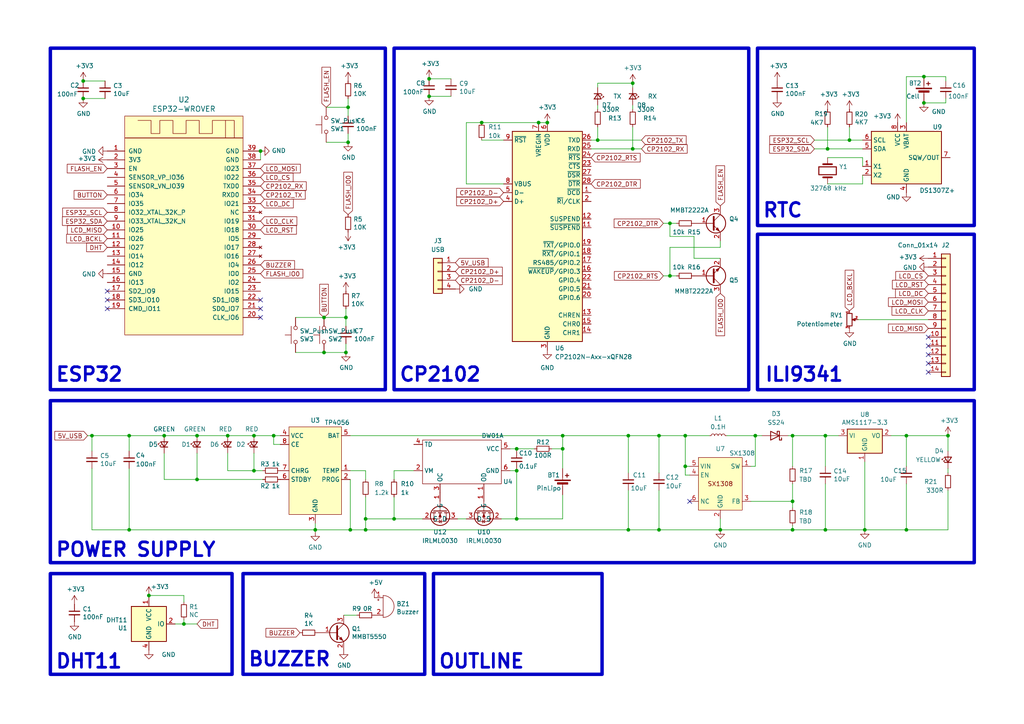
<source format=kicad_sch>
(kicad_sch (version 20230121) (generator eeschema)
  (paper "A4")
  (junction (at 47.625 126.365))
  (junction (at 229.87 153.67))
  (junction (at 73.66 126.365))
  (junction (at 208.915 153.67))
  (junction (at 101.6 153.67))
  (junction (at 124.46 27.94))
  (junction (at 250.825 153.67))
  (junction (at 267.97 22.225))
  (junction (at 106.045 150.495))
  (junction (at 26.67 126.365))
  (junction (at 239.395 126.365))
  (junction (at 100.965 31.115))
  (junction (at 114.3 150.495))
  (junction (at 182.245 153.67))
  (junction (at 66.04 126.365))
  (junction (at 156.21 35.56))
  (junction (at 194.31 64.77))
  (junction (at 106.045 153.67))
  (junction (at 198.755 135.255))
  (junction (at 194.31 80.01))
  (junction (at 182.245 126.365))
  (junction (at 37.465 153.67))
  (junction (at 163.195 130.175))
  (junction (at 75.565 43.815))
  (junction (at 262.89 153.67))
  (junction (at 262.89 126.365))
  (junction (at 149.86 136.525))
  (junction (at 24.13 23.495))
  (junction (at 73.66 136.525))
  (junction (at 79.375 126.365))
  (junction (at 100.33 92.075))
  (junction (at 219.075 126.365))
  (junction (at 43.18 172.72))
  (junction (at 24.13 28.575))
  (junction (at 149.86 150.495))
  (junction (at 239.395 153.67))
  (junction (at 158.75 35.56))
  (junction (at 183.515 24.13))
  (junction (at 91.44 153.67))
  (junction (at 191.135 126.365))
  (junction (at 149.86 130.175))
  (junction (at 274.955 126.365))
  (junction (at 267.97 29.845))
  (junction (at 53.34 180.975))
  (junction (at 124.46 22.86))
  (junction (at 198.755 126.365))
  (junction (at 100.33 102.235))
  (junction (at 57.15 139.065))
  (junction (at 57.15 126.365))
  (junction (at 229.87 126.365))
  (junction (at 229.87 145.415))
  (junction (at 240.03 43.18))
  (junction (at 246.38 40.64))
  (junction (at 139.7 35.56))
  (junction (at 100.965 41.275))
  (junction (at 93.98 92.075))
  (junction (at 163.195 126.365))
  (junction (at 191.135 153.67))
  (junction (at 93.98 102.235))
  (junction (at 173.355 40.64))
  (junction (at 183.515 43.18))
  (junction (at 37.465 126.365))
  (no_connect (at 200.025 145.415))
  (no_connect (at 269.24 100.33))
  (no_connect (at 269.24 97.79))
  (no_connect (at 75.565 89.535))
  (no_connect (at 75.565 92.075))
  (no_connect (at 269.24 105.41))
  (no_connect (at 269.24 102.87))
  (no_connect (at 31.115 86.995))
  (no_connect (at 31.115 84.455))
  (no_connect (at 269.24 107.95))
  (no_connect (at 75.565 86.995))
  (no_connect (at 31.115 89.535))
  (wire (pts (xy 274.955 142.24) (xy 274.955 153.67)))
  (wire (pts (xy 250.19 45.72) (xy 250.19 48.26)))
  (wire (pts (xy 183.515 43.18) (xy 186.055 43.18)))
  (wire (pts (xy 47.625 131.445) (xy 47.625 139.065)))
  (wire (pts (xy 194.31 68.58) (xy 201.295 68.58)))
  (wire (pts (xy 274.955 153.67) (xy 262.89 153.67)))
  (wire (pts (xy 198.755 135.255) (xy 200.025 135.255)))
  (wire (pts (xy 229.87 145.415) (xy 229.87 147.32)))
  (wire (pts (xy 248.92 92.71) (xy 269.24 92.71)))
  (wire (pts (xy 100.33 94.615) (xy 100.33 92.075)))
  (wire (pts (xy 258.445 126.365) (xy 262.89 126.365)))
  (wire (pts (xy 75.565 46.355) (xy 75.565 43.815)))
  (wire (pts (xy 147.955 130.175) (xy 149.86 130.175)))
  (wire (pts (xy 191.135 142.24) (xy 191.135 153.67)))
  (wire (pts (xy 194.31 64.77) (xy 196.215 64.77)))
  (wire (pts (xy 100.33 89.535) (xy 100.33 92.075)))
  (wire (pts (xy 229.87 152.4) (xy 229.87 153.67)))
  (wire (pts (xy 236.22 43.18) (xy 240.03 43.18)))
  (wire (pts (xy 85.725 92.075) (xy 93.98 92.075)))
  (wire (pts (xy 194.31 71.755) (xy 194.31 80.01)))
  (wire (pts (xy 139.7 35.56) (xy 156.21 35.56)))
  (wire (pts (xy 160.02 130.175) (xy 163.195 130.175)))
  (wire (pts (xy 246.38 40.64) (xy 250.19 40.64)))
  (wire (pts (xy 106.045 144.145) (xy 106.045 150.495)))
  (wire (pts (xy 217.805 145.415) (xy 229.87 145.415)))
  (wire (pts (xy 114.3 150.495) (xy 122.555 150.495)))
  (wire (pts (xy 37.465 153.67) (xy 91.44 153.67)))
  (wire (pts (xy 100.33 102.235) (xy 100.33 99.695)))
  (wire (pts (xy 246.38 36.83) (xy 246.38 40.64)))
  (wire (pts (xy 114.3 144.145) (xy 114.3 150.495)))
  (wire (pts (xy 149.86 150.495) (xy 163.195 150.495)))
  (wire (pts (xy 91.44 151.765) (xy 91.44 153.67)))
  (wire (pts (xy 26.67 126.365) (xy 26.67 130.81)))
  (wire (pts (xy 156.21 35.56) (xy 158.75 35.56)))
  (wire (pts (xy 217.805 135.255) (xy 219.075 135.255)))
  (wire (pts (xy 171.45 43.18) (xy 183.515 43.18)))
  (wire (pts (xy 201.295 74.93) (xy 208.915 74.93)))
  (wire (pts (xy 93.98 102.235) (xy 100.33 102.235)))
  (wire (pts (xy 274.955 126.365) (xy 262.89 126.365)))
  (wire (pts (xy 79.375 126.365) (xy 81.28 126.365)))
  (wire (pts (xy 239.395 153.67) (xy 229.87 153.67)))
  (wire (pts (xy 66.04 136.525) (xy 73.66 136.525)))
  (wire (pts (xy 262.89 126.365) (xy 262.89 135.255)))
  (wire (pts (xy 99.695 178.435) (xy 103.505 178.435)))
  (wire (pts (xy 173.355 25.4) (xy 173.355 24.13)))
  (wire (pts (xy 239.395 140.335) (xy 239.395 153.67)))
  (wire (pts (xy 182.245 153.67) (xy 191.135 153.67)))
  (wire (pts (xy 101.6 126.365) (xy 163.195 126.365)))
  (wire (pts (xy 229.87 153.67) (xy 208.915 153.67)))
  (wire (pts (xy 106.045 153.67) (xy 182.245 153.67)))
  (wire (pts (xy 106.045 136.525) (xy 106.045 139.065)))
  (wire (pts (xy 198.755 126.365) (xy 205.74 126.365)))
  (wire (pts (xy 239.395 126.365) (xy 243.205 126.365)))
  (wire (pts (xy 149.86 130.175) (xy 154.94 130.175)))
  (wire (pts (xy 163.195 126.365) (xy 163.195 130.175)))
  (wire (pts (xy 191.135 126.365) (xy 198.755 126.365)))
  (wire (pts (xy 94.615 41.275) (xy 100.965 41.275)))
  (wire (pts (xy 135.255 53.34) (xy 135.255 35.56)))
  (wire (pts (xy 198.755 126.365) (xy 198.755 135.255)))
  (wire (pts (xy 201.295 68.58) (xy 201.295 74.93)))
  (wire (pts (xy 163.195 130.175) (xy 163.195 135.89)))
  (wire (pts (xy 182.245 142.24) (xy 182.245 153.67)))
  (wire (pts (xy 26.67 135.89) (xy 26.67 153.67)))
  (wire (pts (xy 91.44 154.305) (xy 91.44 153.67)))
  (wire (pts (xy 37.465 126.365) (xy 37.465 130.81)))
  (wire (pts (xy 26.67 153.67) (xy 37.465 153.67)))
  (wire (pts (xy 171.45 40.64) (xy 173.355 40.64)))
  (wire (pts (xy 101.6 153.67) (xy 91.44 153.67)))
  (wire (pts (xy 240.03 45.72) (xy 250.19 45.72)))
  (wire (pts (xy 267.97 29.845) (xy 274.32 29.845)))
  (wire (pts (xy 37.465 135.89) (xy 37.465 153.67)))
  (wire (pts (xy 100.965 28.575) (xy 100.965 31.115)))
  (wire (pts (xy 53.34 180.975) (xy 57.15 180.975)))
  (wire (pts (xy 76.2 136.525) (xy 73.66 136.525)))
  (wire (pts (xy 182.245 126.365) (xy 191.135 126.365)))
  (wire (pts (xy 182.245 126.365) (xy 182.245 137.16)))
  (wire (pts (xy 267.97 22.225) (xy 262.89 22.225)))
  (wire (pts (xy 192.405 80.01) (xy 194.31 80.01)))
  (wire (pts (xy 219.075 126.365) (xy 210.82 126.365)))
  (wire (pts (xy 53.34 174.625) (xy 53.34 172.72)))
  (wire (pts (xy 43.18 172.72) (xy 53.34 172.72)))
  (wire (pts (xy 274.32 29.845) (xy 274.32 28.575)))
  (wire (pts (xy 100.965 33.655) (xy 100.965 31.115)))
  (wire (pts (xy 198.755 137.795) (xy 198.755 135.255)))
  (wire (pts (xy 183.515 30.48) (xy 183.515 31.75)))
  (wire (pts (xy 229.87 135.255) (xy 229.87 126.365)))
  (wire (pts (xy 173.355 36.83) (xy 173.355 40.64)))
  (wire (pts (xy 208.915 150.495) (xy 208.915 153.67)))
  (wire (pts (xy 149.86 136.525) (xy 149.86 135.89)))
  (wire (pts (xy 274.955 135.89) (xy 274.955 137.16)))
  (wire (pts (xy 101.6 136.525) (xy 106.045 136.525)))
  (wire (pts (xy 57.15 139.065) (xy 57.15 131.445)))
  (wire (pts (xy 66.04 126.365) (xy 73.66 126.365)))
  (wire (pts (xy 94.615 31.115) (xy 100.965 31.115)))
  (wire (pts (xy 200.025 137.795) (xy 198.755 137.795)))
  (wire (pts (xy 81.28 128.905) (xy 79.375 128.905)))
  (wire (pts (xy 163.195 150.495) (xy 163.195 143.51)))
  (wire (pts (xy 240.03 36.83) (xy 240.03 43.18)))
  (wire (pts (xy 239.395 153.67) (xy 250.825 153.67)))
  (wire (pts (xy 101.6 139.065) (xy 101.6 153.67)))
  (wire (pts (xy 149.86 130.175) (xy 149.86 130.81)))
  (wire (pts (xy 208.915 71.755) (xy 208.915 69.85)))
  (wire (pts (xy 239.395 135.255) (xy 239.395 126.365)))
  (wire (pts (xy 101.6 153.67) (xy 106.045 153.67)))
  (wire (pts (xy 147.955 136.525) (xy 149.86 136.525)))
  (wire (pts (xy 194.31 64.77) (xy 194.31 68.58)))
  (wire (pts (xy 250.19 53.34) (xy 250.19 50.8)))
  (wire (pts (xy 267.97 22.225) (xy 274.32 22.225)))
  (wire (pts (xy 236.22 40.64) (xy 246.38 40.64)))
  (wire (pts (xy 106.045 150.495) (xy 114.3 150.495)))
  (wire (pts (xy 219.075 126.365) (xy 220.98 126.365)))
  (wire (pts (xy 229.87 145.415) (xy 229.87 140.335)))
  (wire (pts (xy 163.195 126.365) (xy 182.245 126.365)))
  (wire (pts (xy 50.8 180.975) (xy 53.34 180.975)))
  (wire (pts (xy 114.3 136.525) (xy 114.3 139.065)))
  (wire (pts (xy 240.03 53.34) (xy 250.19 53.34)))
  (wire (pts (xy 135.255 35.56) (xy 139.7 35.56)))
  (wire (pts (xy 43.18 173.355) (xy 43.18 172.72)))
  (wire (pts (xy 191.135 126.365) (xy 191.135 137.16)))
  (wire (pts (xy 250.825 153.67) (xy 262.89 153.67)))
  (wire (pts (xy 194.31 80.01) (xy 196.215 80.01)))
  (wire (pts (xy 66.04 131.445) (xy 66.04 136.525)))
  (wire (pts (xy 57.15 126.365) (xy 66.04 126.365)))
  (wire (pts (xy 120.015 136.525) (xy 114.3 136.525)))
  (wire (pts (xy 229.87 126.365) (xy 239.395 126.365)))
  (wire (pts (xy 24.13 28.575) (xy 30.48 28.575)))
  (wire (pts (xy 192.405 64.77) (xy 194.31 64.77)))
  (wire (pts (xy 173.355 24.13) (xy 183.515 24.13)))
  (wire (pts (xy 76.2 139.065) (xy 57.15 139.065)))
  (wire (pts (xy 100.965 41.275) (xy 100.965 38.735)))
  (wire (pts (xy 37.465 126.365) (xy 47.625 126.365)))
  (wire (pts (xy 139.7 40.64) (xy 146.05 40.64)))
  (wire (pts (xy 274.955 130.81) (xy 274.955 126.365)))
  (wire (pts (xy 250.825 133.985) (xy 250.825 153.67)))
  (wire (pts (xy 262.89 140.335) (xy 262.89 153.67)))
  (wire (pts (xy 25.4 126.365) (xy 26.67 126.365)))
  (wire (pts (xy 173.355 40.64) (xy 186.055 40.64)))
  (wire (pts (xy 173.355 30.48) (xy 173.355 31.75)))
  (wire (pts (xy 47.625 126.365) (xy 57.15 126.365)))
  (wire (pts (xy 124.46 27.94) (xy 130.81 27.94)))
  (wire (pts (xy 106.045 150.495) (xy 106.045 153.67)))
  (wire (pts (xy 262.89 22.225) (xy 262.89 35.56)))
  (wire (pts (xy 93.98 92.075) (xy 100.33 92.075)))
  (wire (pts (xy 219.075 135.255) (xy 219.075 126.365)))
  (wire (pts (xy 208.915 71.755) (xy 194.31 71.755)))
  (wire (pts (xy 132.715 150.495) (xy 135.255 150.495)))
  (wire (pts (xy 191.135 153.67) (xy 208.915 153.67)))
  (wire (pts (xy 73.66 136.525) (xy 73.66 131.445)))
  (wire (pts (xy 274.32 22.225) (xy 274.32 23.495)))
  (wire (pts (xy 146.05 53.34) (xy 135.255 53.34)))
  (wire (pts (xy 149.86 150.495) (xy 149.86 136.525)))
  (wire (pts (xy 145.415 150.495) (xy 149.86 150.495)))
  (wire (pts (xy 229.87 126.365) (xy 228.6 126.365)))
  (wire (pts (xy 85.725 102.235) (xy 93.98 102.235)))
  (wire (pts (xy 53.34 179.705) (xy 53.34 180.975)))
  (wire (pts (xy 26.67 126.365) (xy 37.465 126.365)))
  (wire (pts (xy 183.515 24.13) (xy 183.515 25.4)))
  (wire (pts (xy 24.13 23.495) (xy 30.48 23.495)))
  (wire (pts (xy 183.515 36.83) (xy 183.515 43.18)))
  (wire (pts (xy 79.375 128.905) (xy 79.375 126.365)))
  (wire (pts (xy 73.66 126.365) (xy 79.375 126.365)))
  (wire (pts (xy 124.46 22.86) (xy 130.81 22.86)))
  (wire (pts (xy 240.03 43.18) (xy 250.19 43.18)))
  (wire (pts (xy 47.625 139.065) (xy 57.15 139.065)))
  (rectangle (start 219.71 67.945) (end 282.575 113.03) (stroke (width 1)))
  (rectangle (start 14.605 13.97) (end 111.76 113.03) (stroke (width 1)))
  (rectangle (start 14.605 166.37) (end 67.31 195.58) (stroke (width 1)))
  (rectangle (start 125.73 166.37) (end 174.625 195.58) (stroke (width 1)))
  (rectangle (start 114.3 13.97) (end 217.17 113.03) (stroke (width 1)))
  (rectangle (start 14.605 116.205) (end 282.575 163.195) (stroke (width 1)))
  (rectangle (start 219.71 13.97) (end 282.575 65.405) (stroke (width 1)))
  (rectangle (start 70.485 166.37) (end 123.19 195.58) (stroke (width 1)))
  (text "ESP32" (at 15.875 111.125 0) (effects (font (size 3.9878 3.9878) (thickness 0.7976) bold) (justify left bottom)))
  (text "RTC" (at 220.98 63.5 0) (effects (font (size 3.9878 3.9878) (thickness 0.7976) bold) (justify left bottom)))
  (text "POWER SUPPLY" (at 15.875 161.925 0) (effects (font (size 3.9878 3.9878) (thickness 0.7976) bold) (justify left bottom)))
  (text "DHT11" (at 15.875 194.31 0) (effects (font (size 3.9878 3.9878) (thickness 0.7976) bold) (justify left bottom)))
  (text "ILI9341" (at 221.615 111.125 0) (effects (font (size 3.9878 3.9878) (thickness 0.7976) bold) (justify left bottom)))
  (text "BUZZER" (at 71.755 193.675 0) (effects (font (size 3.9878 3.9878) (thickness 0.7976) bold) (justify left bottom)))
  (text "CP2102" (at 115.57 111.125 0) (effects (font (size 3.9878 3.9878) (thickness 0.7976) bold) (justify left bottom)))
  (text "OUTLINE" (at 127 194.31 0) (effects (font (size 3.9878 3.9878) (thickness 0.7976) bold) (justify left bottom)))
  (global_label "ESP32_SDA" (shape input) (at 236.22 43.18 180) (property "Intersheetrefs" "${INTERSHEET_REFS}" (effects hide)))
  (global_label "CP2102_RX" (shape input) (at 75.565 53.975 0) (property "Intersheetrefs" "${INTERSHEET_REFS}" (effects hide)))
  (global_label "LCD_MOSI" (shape input) (at 269.24 87.63 180) (property "Intersheetrefs" "${INTERSHEET_REFS}" (effects hide)))
  (global_label "CP2102_D-" (shape input) (at 146.05 55.88 180) (property "Intersheetrefs" "${INTERSHEET_REFS}" (effects hide)))
  (global_label "FLASH_EN" (shape input) (at 208.915 59.69 90) (property "Intersheetrefs" "${INTERSHEET_REFS}" (effects hide)))
  (global_label "LCD_CS" (shape input) (at 75.565 51.435 0) (property "Intersheetrefs" "${INTERSHEET_REFS}" (effects hide)))
  (global_label "BUZZER" (shape input) (at 75.565 76.835 0) (property "Intersheetrefs" "${INTERSHEET_REFS}" (effects hide)))
  (global_label "BUTTON" (shape input) (at 31.115 56.515 180) (property "Intersheetrefs" "${INTERSHEET_REFS}" (effects hide)))
  (global_label "CP2102_D+" (shape input) (at 132.08 78.74 0) (property "Intersheetrefs" "${INTERSHEET_REFS}" (effects hide)))
  (global_label "5V_USB" (shape input) (at 25.4 126.365 180) (property "Intersheetrefs" "${INTERSHEET_REFS}" (effects hide)))
  (global_label "FLASH_EN" (shape input) (at 94.615 31.115 90) (property "Intersheetrefs" "${INTERSHEET_REFS}" (effects hide)))
  (global_label "CP2102_DTR" (shape input) (at 171.45 53.34 0) (property "Intersheetrefs" "${INTERSHEET_REFS}" (effects hide)))
  (global_label "LCD_MOSI" (shape input) (at 75.565 48.895 0) (property "Intersheetrefs" "${INTERSHEET_REFS}" (effects hide)))
  (global_label "LCD_BCKL" (shape input) (at 31.115 69.215 180) (property "Intersheetrefs" "${INTERSHEET_REFS}" (effects hide)))
  (global_label "BUTTON" (shape input) (at 93.98 92.075 90) (property "Intersheetrefs" "${INTERSHEET_REFS}" (effects hide)))
  (global_label "DHT" (shape input) (at 31.115 71.755 180) (property "Intersheetrefs" "${INTERSHEET_REFS}" (effects hide)))
  (global_label "CP2102_RTS" (shape input) (at 171.45 45.72 0) (property "Intersheetrefs" "${INTERSHEET_REFS}" (effects hide)))
  (global_label "5V_USB" (shape input) (at 132.08 76.2 0) (property "Intersheetrefs" "${INTERSHEET_REFS}" (effects hide)))
  (global_label "BUZZER" (shape input) (at 86.995 183.515 180) (property "Intersheetrefs" "${INTERSHEET_REFS}" (effects hide)))
  (global_label "FLASH_IO0" (shape input) (at 75.565 79.375 0) (property "Intersheetrefs" "${INTERSHEET_REFS}" (effects hide)))
  (global_label "LCD_CLK" (shape input) (at 269.24 90.17 180) (property "Intersheetrefs" "${INTERSHEET_REFS}" (effects hide)))
  (global_label "CP2102_TX" (shape input) (at 186.055 40.64 0) (property "Intersheetrefs" "${INTERSHEET_REFS}" (effects hide)))
  (global_label "ESP32_SCL" (shape input) (at 236.22 40.64 180) (property "Intersheetrefs" "${INTERSHEET_REFS}" (effects hide)))
  (global_label "LCD_DC" (shape input) (at 75.565 59.055 0) (property "Intersheetrefs" "${INTERSHEET_REFS}" (effects hide)))
  (global_label "LCD_RST" (shape input) (at 269.24 82.55 180) (property "Intersheetrefs" "${INTERSHEET_REFS}" (effects hide)))
  (global_label "FLASH_IO0" (shape input) (at 208.915 85.09 270) (property "Intersheetrefs" "${INTERSHEET_REFS}" (effects hide)))
  (global_label "CP2102_RTS" (shape input) (at 192.405 80.01 180) (property "Intersheetrefs" "${INTERSHEET_REFS}" (effects hide)))
  (global_label "CP2102_TX" (shape input) (at 75.565 56.515 0) (property "Intersheetrefs" "${INTERSHEET_REFS}" (effects hide)))
  (global_label "CP2102_RX" (shape input) (at 186.055 43.18 0) (property "Intersheetrefs" "${INTERSHEET_REFS}" (effects hide)))
  (global_label "CP2102_DTR" (shape input) (at 192.405 64.77 180) (property "Intersheetrefs" "${INTERSHEET_REFS}" (effects hide)))
  (global_label "ESP32_SDA" (shape input) (at 31.115 64.135 180) (property "Intersheetrefs" "${INTERSHEET_REFS}" (effects hide)))
  (global_label "CP2102_D-" (shape input) (at 132.08 81.28 0) (property "Intersheetrefs" "${INTERSHEET_REFS}" (effects hide)))
  (global_label "LCD_MISO" (shape input) (at 31.115 66.675 180) (property "Intersheetrefs" "${INTERSHEET_REFS}" (effects hide)))
  (global_label "LCD_RST" (shape input) (at 75.565 66.675 0) (property "Intersheetrefs" "${INTERSHEET_REFS}" (effects hide)))
  (global_label "LCD_CS" (shape input) (at 269.24 80.01 180) (property "Intersheetrefs" "${INTERSHEET_REFS}" (effects hide)))
  (global_label "CP2102_D+" (shape input) (at 146.05 58.42 180) (property "Intersheetrefs" "${INTERSHEET_REFS}" (effects hide)))
  (global_label "FLASH_EN" (shape input) (at 31.115 48.895 180) (property "Intersheetrefs" "${INTERSHEET_REFS}" (effects hide)))
  (global_label "LCD_CLK" (shape input) (at 75.565 64.135 0) (property "Intersheetrefs" "${INTERSHEET_REFS}" (effects hide)))
  (global_label "LCD_MISO" (shape input) (at 269.24 95.25 180) (property "Intersheetrefs" "${INTERSHEET_REFS}" (effects hide)))
  (global_label "ESP32_SCL" (shape input) (at 31.115 61.595 180) (property "Intersheetrefs" "${INTERSHEET_REFS}" (effects hide)))
  (global_label "FLASH_IO0" (shape input) (at 100.965 62.23 90) (property "Intersheetrefs" "${INTERSHEET_REFS}" (effects hide)))
  (global_label "LCD_BCKL" (shape input) (at 246.38 90.17 90) (property "Intersheetrefs" "${INTERSHEET_REFS}" (effects hide)))
  (global_label "DHT" (shape input) (at 57.15 180.975 0) (property "Intersheetrefs" "${INTERSHEET_REFS}" (effects hide)))
  (global_label "LCD_DC" (shape input) (at 269.24 85.09 180) (property "Intersheetrefs" "${INTERSHEET_REFS}" (effects hide)))
  (symbol (lib_id "esp32-wrover:ESP32-WROVER") (at 53.975 62.865 0) (unit 1)
    (property "Reference" "U2" (at 53.34 28.9052 0) (effects (font (size 1.524 1.524))))
    (property "Value" "ESP32-WROVER" (at 53.34 31.5976 0) (effects (font (size 1.524 1.524))))
    (property "Footprint" "footprints:ESP32-WROVER" (effects hide))
  )
  (symbol (lib_id "Regulator_Linear:AMS1117-3.3") (at 250.825 126.365 0) (unit 1)
    (property "Reference" "U8" (at 250.825 120.2182 0))
    (property "Value" "AMS1117-3.3" (at 250.825 122.5296 0))
    (property "Footprint" "Package_TO_SOT_SMD:SOT-223-3_TabPin2" (effects hide))
    (property "Datasheet" "http://www.advanced-monolithic.com/pdf/ds1117.pdf" (effects hide))
  )
  (symbol (lib_id "Connector_Generic:Conn_01x14") (at 274.32 90.17 0) (unit 1)
    (property "Reference" "J2" (at 273.05 71.12 0) (effects (justify left)))
    (property "Value" "Conn_01x14" (at 260.35 71.12 0) (effects (justify left)))
    (property "Footprint" "footprints:ili9341_3.2inch" (effects hide))
  )
  (symbol (lib_id "Timer_RTC:DS1307Z+") (at 262.89 45.72 0) (unit 1)
    (property "Reference" "U9" (at 270.51 36.83 0) (effects (justify left)))
    (property "Value" "DS1307Z+" (at 266.7 55.245 0) (effects (justify left)))
    (property "Footprint" "Package_SO:SOIC-8_3.9x4.9mm_P1.27mm" (effects hide))
    (property "Datasheet" "https://datasheets.maximintegrated.com/en/ds/DS1307.pdf" (effects hide))
  )
  (symbol (lib_id "kh-gift-hw-rescue:DHT11-Sensor") (at 43.18 180.975 0) (unit 1)
    (property "Reference" "U1" (at 36.9824 182.1434 0) (effects (justify right)))
    (property "Value" "DHT11" (at 36.9824 179.832 0) (effects (justify right)))
    (property "Footprint" "footprints:SNR4-2.54-15.5X12.0X5.5MM" (effects hide))
    (property "Datasheet" "http://akizukidenshi.com/download/ds/aosong/DHT11.pdf" (effects hide))
  )
  (symbol (lib_id "power:GND") (at 31.115 43.815 270) (unit 1)
    (property "Reference" "#PWR05" (effects hide))
    (property "Value" "GND" (at 27.8638 43.942 90) (effects (justify right)))
  )
  (symbol (lib_id "power:+3V3") (at 31.115 46.355 90) (unit 1)
    (property "Reference" "#PWR06" (effects hide))
    (property "Value" "+3V3" (at 27.8638 45.974 90) (effects (justify left)))
  )
  (symbol (lib_id "power:GND") (at 31.115 79.375 270) (unit 1)
    (property "Reference" "#PWR07" (effects hide))
    (property "Value" "GND" (at 27.8638 79.502 90) (effects (justify right)))
  )
  (symbol (lib_id "power:GND") (at 75.565 43.815 90) (unit 1)
    (property "Reference" "#PWR010" (effects hide))
    (property "Value" "GND" (at 78.8162 43.688 90) (effects (justify right)))
  )
  (symbol (lib_id "Device:C_Small") (at 30.48 26.035 0) (unit 1)
    (property "Reference" "C3" (at 32.8168 24.8666 0) (effects (justify left)))
    (property "Value" "10uF" (at 32.8168 27.178 0) (effects (justify left)))
    (property "Footprint" "Capacitor_SMD:C_1210_3225Metric" (effects hide))
  )
  (symbol (lib_id "Device:C_Small") (at 24.13 26.035 0) (unit 1)
    (property "Reference" "C2" (at 20.32 24.765 0) (effects (justify left)))
    (property "Value" "100nF" (at 16.51 27.305 0) (effects (justify left)))
    (property "Footprint" "Capacitor_SMD:C_1210_3225Metric" (effects hide))
  )
  (symbol (lib_id "power:+3V3") (at 24.13 23.495 0) (unit 1)
    (property "Reference" "#PWR03" (effects hide))
    (property "Value" "+3V3" (at 24.511 19.1008 0))
  )
  (symbol (lib_id "power:GND") (at 24.13 28.575 0) (unit 1)
    (property "Reference" "#PWR04" (effects hide))
    (property "Value" "GND" (at 24.257 32.9692 0))
  )
  (symbol (lib_id "Device:R_Small") (at 100.965 26.035 0) (unit 1)
    (property "Reference" "R6" (at 102.4636 24.8666 0) (effects (justify left)))
    (property "Value" "10K" (at 102.4636 27.178 0) (effects (justify left)))
    (property "Footprint" "Resistor_SMD:R_0603_1608Metric" (effects hide))
  )
  (symbol (lib_id "Device:C_Small") (at 100.965 36.195 0) (unit 1)
    (property "Reference" "C6" (at 103.3018 35.0266 0) (effects (justify left)))
    (property "Value" "100nF" (at 103.3018 37.338 0) (effects (justify left)))
    (property "Footprint" "Capacitor_SMD:C_0603_1608Metric" (effects hide))
  )
  (symbol (lib_id "Switch:SW_Push") (at 94.615 36.195 90) (mirror x) (unit 1)
    (property "Reference" "SW1" (at 95.8342 37.3634 90) (effects (justify right)))
    (property "Value" "SW_Push" (at 95.8342 35.052 90) (effects (justify right)))
    (property "Footprint" "footprints:PushButton_6x6mm_SMD" (effects hide))
  )
  (symbol (lib_id "power:+3V3") (at 100.965 23.495 0) (unit 1)
    (property "Reference" "#PWR014" (effects hide))
    (property "Value" "+3V3" (at 101.346 19.1008 0))
  )
  (symbol (lib_id "power:GND") (at 100.965 41.275 0) (unit 1)
    (property "Reference" "#PWR015" (effects hide))
    (property "Value" "GND" (at 101.092 45.6692 0))
  )
  (symbol (lib_id "Device:R_Small") (at 100.965 64.77 0) (unit 1)
    (property "Reference" "R5" (at 102.4636 63.6016 0) (effects (justify left)))
    (property "Value" "10K" (at 102.4636 65.913 0) (effects (justify left)))
    (property "Footprint" "Resistor_SMD:R_0603_1608Metric" (effects hide))
  )
  (symbol (lib_id "power:+3V3") (at 100.965 67.31 180) (unit 1)
    (property "Reference" "#PWR012" (effects hide))
    (property "Value" "+3V3" (at 100.584 71.7042 0))
  )
  (symbol (lib_id "Device:C_Small") (at 239.395 137.795 0) (unit 1)
    (property "Reference" "C14" (at 241.7318 136.6266 0) (effects (justify left)))
    (property "Value" "10uF" (at 241.7318 138.938 0) (effects (justify left)))
    (property "Footprint" "Capacitor_SMD:C_1210_3225Metric" (effects hide))
  )
  (symbol (lib_id "Device:C_Small") (at 262.89 137.795 0) (unit 1)
    (property "Reference" "C15" (at 259.08 136.525 0) (effects (justify left)))
    (property "Value" "10uF" (at 255.27 139.065 0) (effects (justify left)))
    (property "Footprint" "Capacitor_SMD:C_1210_3225Metric" (effects hide))
  )
  (symbol (lib_id "power:+3V3") (at 274.955 126.365 0) (unit 1)
    (property "Reference" "#PWR034" (effects hide))
    (property "Value" "+3V3" (at 275.336 121.9708 0))
  )
  (symbol (lib_id "power:+3V3") (at 269.24 74.93 90) (unit 1)
    (property "Reference" "#PWR036" (effects hide))
    (property "Value" "+3V3" (at 265.9888 74.549 90) (effects (justify left)))
  )
  (symbol (lib_id "power:GND") (at 269.24 77.47 270) (unit 1)
    (property "Reference" "#PWR037" (effects hide))
    (property "Value" "GND" (at 265.9888 77.597 90) (effects (justify right)))
  )
  (symbol (lib_id "Device:Crystal") (at 240.03 49.53 270) (unit 1)
    (property "Reference" "Y1" (at 243.3574 48.3616 90) (effects (justify left)))
    (property "Value" "32768 kHz" (at 234.95 54.61 90) (effects (justify left)))
    (property "Footprint" "Crystal:Crystal_SMD_3215-2Pin_3.2x1.5mm" (effects hide))
  )
  (symbol (lib_id "power:GND") (at 262.89 55.88 0) (unit 1)
    (property "Reference" "#PWR033" (effects hide))
    (property "Value" "GND" (at 259.08 57.15 0))
  )
  (symbol (lib_id "power:+3V3") (at 260.35 35.56 0) (unit 1)
    (property "Reference" "#PWR032" (effects hide))
    (property "Value" "+3V3" (at 255.905 33.655 0))
  )
  (symbol (lib_id "Device:Battery_Cell") (at 267.97 27.305 0) (unit 1)
    (property "Reference" "BT2" (at 265.43 24.13 0))
    (property "Value" "Cell" (at 264.795 27.94 0))
    (property "Footprint" "footprints:BAT_CR1220_Holder" (effects hide))
  )
  (symbol (lib_id "power:GND") (at 267.97 29.845 0) (unit 1)
    (property "Reference" "#PWR035" (effects hide))
    (property "Value" "GND" (at 274.32 32.385 0) (effects (justify right)))
  )
  (symbol (lib_id "Device:C_Small") (at 274.32 26.035 0) (unit 1)
    (property "Reference" "C16" (at 276.225 24.765 0) (effects (justify left)))
    (property "Value" "100nF" (at 274.955 27.94 0) (effects (justify left)))
    (property "Footprint" "Capacitor_SMD:C_0603_1608Metric" (effects hide))
  )
  (symbol (lib_id "Device:C_Small") (at 225.425 26.035 0) (unit 1)
    (property "Reference" "C13" (at 227.7618 24.8666 0) (effects (justify left)))
    (property "Value" "100nF" (at 227.7618 27.178 0) (effects (justify left)))
    (property "Footprint" "Capacitor_SMD:C_0603_1608Metric" (effects hide))
  )
  (symbol (lib_id "power:+3V3") (at 225.425 23.495 0) (unit 1)
    (property "Reference" "#PWR026" (effects hide))
    (property "Value" "+3V3" (at 225.806 19.1008 0))
  )
  (symbol (lib_id "power:GND") (at 225.425 28.575 0) (unit 1)
    (property "Reference" "#PWR027" (effects hide))
    (property "Value" "GND" (at 225.552 32.9692 0))
  )
  (symbol (lib_id "Device:R_Small") (at 240.03 34.29 0) (unit 1)
    (property "Reference" "R19" (at 236.22 33.02 0) (effects (justify left)))
    (property "Value" "4K7" (at 234.95 35.56 0) (effects (justify left)))
    (property "Footprint" "Resistor_SMD:R_0603_1608Metric" (effects hide))
  )
  (symbol (lib_id "power:+3V3") (at 240.03 31.75 0) (unit 1)
    (property "Reference" "#PWR028" (effects hide))
    (property "Value" "+3V3" (at 240.411 27.3558 0))
  )
  (symbol (lib_id "Device:R_Small") (at 246.38 34.29 0) (unit 1)
    (property "Reference" "R20" (at 247.8786 33.1216 0) (effects (justify left)))
    (property "Value" "4K7" (at 247.8786 35.433 0) (effects (justify left)))
    (property "Footprint" "Resistor_SMD:R_0603_1608Metric" (effects hide))
  )
  (symbol (lib_id "power:+3V3") (at 246.38 31.75 0) (unit 1)
    (property "Reference" "#PWR030" (effects hide))
    (property "Value" "+3V3" (at 246.761 27.3558 0))
  )
  (symbol (lib_id "power:GND") (at 43.18 188.595 0) (unit 1)
    (property "Reference" "#PWR09" (effects hide))
    (property "Value" "GND" (at 48.895 189.865 0))
  )
  (symbol (lib_id "power:+3V3") (at 43.18 172.72 0) (unit 1)
    (property "Reference" "#PWR08" (effects hide))
    (property "Value" "+3V3" (at 46.355 170.18 0))
  )
  (symbol (lib_id "Device:R_Small") (at 53.34 177.165 0) (unit 1)
    (property "Reference" "R1" (at 54.8386 175.9966 0) (effects (justify left)))
    (property "Value" "NC" (at 54.8386 178.308 0) (effects (justify left)))
    (property "Footprint" "Resistor_SMD:R_0603_1608Metric" (effects hide))
  )
  (symbol (lib_id "Device:C_Small") (at 21.59 177.8 0) (unit 1)
    (property "Reference" "C1" (at 23.9268 176.6316 0) (effects (justify left)))
    (property "Value" "100nF" (at 23.9268 178.943 0) (effects (justify left)))
    (property "Footprint" "Capacitor_SMD:C_1210_3225Metric" (effects hide))
  )
  (symbol (lib_id "power:+3V3") (at 21.59 175.26 0) (unit 1)
    (property "Reference" "#PWR01" (effects hide))
    (property "Value" "+3V3" (at 21.971 170.8658 0))
  )
  (symbol (lib_id "power:GND") (at 21.59 180.34 0) (unit 1)
    (property "Reference" "#PWR02" (effects hide))
    (property "Value" "GND" (at 21.717 184.7342 0))
  )
  (symbol (lib_id "Device:Q_NPN_BEC") (at 97.155 183.515 0) (unit 1)
    (property "Reference" "Q1" (at 102.0064 182.3466 0) (effects (justify left)))
    (property "Value" "MMBT5550" (at 102.0064 184.658 0) (effects (justify left)))
    (property "Footprint" "Package_TO_SOT_SMD:SOT-23" (effects hide))
  )
  (symbol (lib_id "power:GND") (at 99.695 188.595 0) (unit 1)
    (property "Reference" "#PWR013" (effects hide))
    (property "Value" "GND" (at 99.822 192.9892 0))
  )
  (symbol (lib_id "Device:R_Small") (at 106.045 178.435 90) (unit 1)
    (property "Reference" "R9" (at 104.775 176.53 90) (effects (justify left)))
    (property "Value" "0R" (at 107.95 176.53 90) (effects (justify left)))
    (property "Footprint" "Resistor_SMD:R_0603_1608Metric" (effects hide))
  )
  (symbol (lib_id "Device:Buzzer") (at 111.125 175.895 0) (unit 1)
    (property "Reference" "BZ1" (at 114.9858 175.1584 0) (effects (justify left)))
    (property "Value" "Buzzer" (at 114.9858 177.4698 0) (effects (justify left)))
    (property "Footprint" "Buzzer_Beeper:MagneticBuzzer_Kobitone_254-EMB84Q-RO" (effects hide))
  )
  (symbol (lib_id "power:+5V") (at 108.585 173.355 0) (unit 1)
    (property "Reference" "#PWR018" (effects hide))
    (property "Value" "+5V" (at 108.966 168.9608 0))
  )
  (symbol (lib_id "Device:R_Small") (at 89.535 183.515 270) (unit 1)
    (property "Reference" "R4" (at 89.535 178.5366 90))
    (property "Value" "1K" (at 89.535 180.848 90))
    (property "Footprint" "Resistor_SMD:R_0603_1608Metric" (effects hide))
  )
  (symbol (lib_id "Device:LED_Small") (at 274.955 133.35 90) (unit 1)
    (property "Reference" "D4" (at 272.415 130.81 90))
    (property "Value" "YELLOW" (at 269.24 133.35 90))
    (property "Footprint" "LED_SMD:LED_0603_1608Metric_Pad1.05x0.95mm_HandSolder" (effects hide))
  )
  (symbol (lib_id "Device:R_Small") (at 274.955 139.7 0) (unit 1)
    (property "Reference" "R21" (at 269.9766 139.7 0))
    (property "Value" "330R" (at 271.145 142.24 0))
    (property "Footprint" "Resistor_SMD:R_0603_1608Metric" (effects hide))
  )
  (symbol (lib_id "power:GND") (at 246.38 95.25 0) (unit 1)
    (property "Reference" "#PWR031" (effects hide))
    (property "Value" "GND" (at 246.507 99.6442 0))
  )
  (symbol (lib_id "power:GND") (at 91.44 154.305 0) (unit 1)
    (property "Reference" "#PWR011" (effects hide))
    (property "Value" "GND" (at 91.44 158.75 0))
  )
  (symbol (lib_id "power:GND") (at 158.75 101.6 0) (unit 1)
    (property "Reference" "#PWR023" (effects hide))
    (property "Value" "GND" (at 158.75 106.68 0))
  )
  (symbol (lib_id "power:GND") (at 250.825 153.67 0) (unit 1)
    (property "Reference" "#PWR029" (effects hide))
    (property "Value" "GND" (at 250.825 158.115 0))
  )
  (symbol (lib_id "Device:Q_NPN_BEC") (at 206.375 64.77 0) (unit 1)
    (property "Reference" "Q4" (at 211.455 63.5 0) (effects (justify left)))
    (property "Value" "MMBT2222A" (at 194.31 60.96 0) (effects (justify left)))
    (property "Footprint" "Package_TO_SOT_SMD:SOT-23" (effects hide))
  )
  (symbol (lib_id "DW01A:DW01A") (at 133.985 133.985 0) (unit 1)
    (property "Reference" "U4" (at 147.32 139.7 0))
    (property "Value" "DW01A" (at 142.875 126.365 0))
    (property "Footprint" "Package_TO_SOT_SMD:TSOT-23-6" (effects hide))
  )
  (symbol (lib_id "power:+3V3") (at 183.515 24.13 0) (unit 1)
    (property "Reference" "#PWR024" (effects hide))
    (property "Value" "+3V3" (at 183.515 19.685 0))
  )
  (symbol (lib_id "Device:L_Small") (at 208.28 126.365 90) (unit 1)
    (property "Reference" "L1" (at 208.28 121.285 90))
    (property "Value" "0.1H" (at 208.28 123.825 90))
    (property "Footprint" "Inductor_SMD:L_Coilcraft_XAL5030-XXX" (effects hide))
  )
  (symbol (lib_id "Device:R_Small") (at 100.33 86.995 0) (unit 1)
    (property "Reference" "R7" (at 101.8286 85.8266 0) (effects (justify left)))
    (property "Value" "10K" (at 101.8286 88.138 0) (effects (justify left)))
    (property "Footprint" "Resistor_SMD:R_0603_1608Metric" (effects hide))
  )
  (symbol (lib_id "Device:LED_Small") (at 183.515 27.94 270) (unit 1)
    (property "Reference" "D8" (at 186.055 30.48 90))
    (property "Value" "RX" (at 189.23 27.94 90))
    (property "Footprint" "LED_SMD:LED_0603_1608Metric_Pad1.05x0.95mm_HandSolder" (effects hide))
  )
  (symbol (lib_id "Device:R_Small") (at 78.74 136.525 90) (unit 1)
    (property "Reference" "R3" (at 76.835 134.62 90))
    (property "Value" "1k" (at 80.01 134.62 90))
    (property "Footprint" "Resistor_SMD:R_0603_1608Metric" (effects hide))
  )
  (symbol (lib_id "Device:Q_NPN_BEC") (at 206.375 80.01 0) (mirror x) (unit 1)
    (property "Reference" "Q5" (at 211.455 81.28 0) (effects (justify left)))
    (property "Value" "MMBT2222A" (at 195.58 84.455 0) (effects (justify left)))
    (property "Footprint" "Package_TO_SOT_SMD:SOT-23" (effects hide))
  )
  (symbol (lib_id "Device:R_Small") (at 183.515 34.29 180) (unit 1)
    (property "Reference" "R14" (at 188.4934 34.29 0))
    (property "Value" "330R" (at 187.325 31.75 0))
    (property "Footprint" "Resistor_SMD:R_0603_1608Metric" (effects hide))
  )
  (symbol (lib_id "power:GND") (at 100.33 102.235 0) (unit 1)
    (property "Reference" "#PWR017" (effects hide))
    (property "Value" "GND" (at 100.457 106.6292 0))
  )
  (symbol (lib_id "Device:R_Small") (at 198.755 80.01 90) (unit 1)
    (property "Reference" "R16" (at 201.295 77.47 90))
    (property "Value" "10k" (at 196.85 77.47 90))
    (property "Footprint" "Resistor_SMD:R_0603_1608Metric" (effects hide))
  )
  (symbol (lib_id "Device:C_Small") (at 130.81 25.4 0) (unit 1)
    (property "Reference" "C9" (at 133.1468 24.2316 0) (effects (justify left)))
    (property "Value" "10uF" (at 133.1468 26.543 0) (effects (justify left)))
    (property "Footprint" "Capacitor_SMD:C_0603_1608Metric" (effects hide))
  )
  (symbol (lib_id "Switch:SW_Push") (at 93.98 97.155 90) (mirror x) (unit 1)
    (property "Reference" "SW2" (at 95.1992 98.3234 90) (effects (justify right)))
    (property "Value" "SW_Push" (at 95.1992 96.012 90) (effects (justify right)))
    (property "Footprint" "footprints:PushButton_6x6mm_SMD" (effects hide))
  )
  (symbol (lib_id "Device:D_Schottky") (at 224.79 126.365 180) (unit 1)
    (property "Reference" "D3" (at 225.1075 120.015 0))
    (property "Value" "SS24" (at 225.1075 122.555 0))
    (property "Footprint" "Diode_SMD:D_SMA" (effects hide))
  )
  (symbol (lib_id "Device:R_Small") (at 198.755 64.77 90) (unit 1)
    (property "Reference" "R15" (at 201.295 67.31 90))
    (property "Value" "10k" (at 196.85 67.31 90))
    (property "Footprint" "Resistor_SMD:R_0603_1608Metric" (effects hide))
  )
  (symbol (lib_id "Device:LED_Small") (at 57.15 128.905 90) (unit 1)
    (property "Reference" "D1" (at 53.975 128.905 90))
    (property "Value" "GREEN" (at 56.515 124.46 90))
    (property "Footprint" "LED_SMD:LED_0603_1608Metric_Pad1.05x0.95mm_HandSolder" (effects hide))
  )
  (symbol (lib_id "power:+3V3") (at 158.75 35.56 0) (unit 1)
    (property "Reference" "#PWR022" (effects hide))
    (property "Value" "+3V3" (at 158.75 31.115 0))
  )
  (symbol (lib_id "Device:C_Small") (at 26.67 133.35 0) (unit 1)
    (property "Reference" "C5" (at 29.0068 132.1816 0) (effects (justify left)))
    (property "Value" "10uF" (at 29.0068 134.493 0) (effects (justify left)))
    (property "Footprint" "Capacitor_SMD:C_1210_3225Metric" (effects hide))
  )
  (symbol (lib_id "IRLML0030:IRLML0030") (at 127.635 150.495 270) (unit 1)
    (property "Reference" "U12" (at 127.635 154.305 90))
    (property "Value" "IRLML0030" (at 127.635 156.845 90))
    (property "Footprint" "Package_TO_SOT_SMD:SOT-23" (effects hide))
  )
  (symbol (lib_id "Device:R_Small") (at 157.48 130.175 90) (unit 1)
    (property "Reference" "R12" (at 157.48 128.27 90))
    (property "Value" "100R" (at 157.48 132.08 90))
    (property "Footprint" "Resistor_SMD:R_0603_1608Metric" (effects hide))
  )
  (symbol (lib_id "Device:C_Small") (at 191.135 139.7 0) (unit 1)
    (property "Reference" "C12" (at 193.04 138.43 0) (effects (justify left)))
    (property "Value" "10uF" (at 193.04 140.97 0) (effects (justify left)))
    (property "Footprint" "Capacitor_SMD:C_1210_3225Metric" (effects hide))
  )
  (symbol (lib_id "Device:C_Small") (at 124.46 25.4 0) (unit 1)
    (property "Reference" "C8" (at 120.65 24.13 0) (effects (justify left)))
    (property "Value" "100nF" (at 116.84 26.67 0) (effects (justify left)))
    (property "Footprint" "Capacitor_SMD:C_0603_1608Metric" (effects hide))
  )
  (symbol (lib_id "TP4056:TP4056") (at 91.44 136.525 0) (unit 1)
    (property "Reference" "U3" (at 91.44 121.92 0))
    (property "Value" "TP4056" (at 97.79 122.555 0))
    (property "Footprint" "footprints:SOP127P600X175-9N" (effects hide))
  )
  (symbol (lib_id "SX1308:SX1308") (at 208.915 140.335 0) (unit 1)
    (property "Reference" "U7" (at 208.915 130.175 0))
    (property "Value" "SX1308" (at 215.265 131.445 0))
    (property "Footprint" "Package_TO_SOT_SMD:TSOT-23-6" (effects hide))
  )
  (symbol (lib_id "Device:LED_Small") (at 173.355 27.94 270) (unit 1)
    (property "Reference" "D7" (at 175.895 30.48 90))
    (property "Value" "TX" (at 179.07 27.94 90))
    (property "Footprint" "LED_SMD:LED_0603_1608Metric_Pad1.05x0.95mm_HandSolder" (effects hide))
  )
  (symbol (lib_id "Switch:SW_Push") (at 85.725 97.155 90) (mirror x) (unit 1)
    (property "Reference" "SW3" (at 86.9442 98.3234 90) (effects (justify right)))
    (property "Value" "SW_Push" (at 86.9442 96.012 90) (effects (justify right)))
    (property "Footprint" "footprints:JST_EH_S2B-EH_1x02_P2.5mm_Horizontal" (effects hide))
  )
  (symbol (lib_id "IRLML0030:IRLML0030") (at 140.335 150.495 90) (mirror x) (unit 1)
    (property "Reference" "U10" (at 140.335 154.305 90))
    (property "Value" "IRLML0030" (at 140.335 156.845 90))
    (property "Footprint" "Package_TO_SOT_SMD:SOT-23" (effects hide))
  )
  (symbol (lib_id "power:+3V3") (at 100.33 84.455 0) (unit 1)
    (property "Reference" "#PWR016" (effects hide))
    (property "Value" "+3V3" (at 100.711 80.0608 0))
  )
  (symbol (lib_id "power:GND") (at 124.46 27.94 0) (unit 1)
    (property "Reference" "#PWR020" (effects hide))
    (property "Value" "GND" (at 124.587 32.3342 0))
  )
  (symbol (lib_id "Device:R_Small") (at 114.3 141.605 0) (unit 1)
    (property "Reference" "R10" (at 116.205 140.335 0) (effects (justify left)))
    (property "Value" "1k" (at 116.205 142.875 0) (effects (justify left)))
    (property "Footprint" "Resistor_SMD:R_0603_1608Metric" (effects hide))
  )
  (symbol (lib_id "Device:LED_Small") (at 66.04 128.905 90) (unit 1)
    (property "Reference" "D6" (at 62.23 128.905 90))
    (property "Value" "RED" (at 65.405 124.46 90))
    (property "Footprint" "footprints:JST_EH_S2B-EH_1x02_P2.5mm_Horizontal" (effects hide))
  )
  (symbol (lib_id "Device:C_Small") (at 37.465 133.35 0) (unit 1)
    (property "Reference" "C4" (at 39.37 132.08 0) (effects (justify left)))
    (property "Value" "100nF" (at 39.37 134.62 0) (effects (justify left)))
    (property "Footprint" "Capacitor_SMD:C_0603_1608Metric" (effects hide))
  )
  (symbol (lib_id "power:+3V3") (at 124.46 22.86 0) (unit 1)
    (property "Reference" "#PWR019" (effects hide))
    (property "Value" "+3V3" (at 124.841 18.4658 0))
  )
  (symbol (lib_id "Device:C_Small") (at 182.245 139.7 0) (unit 1)
    (property "Reference" "C11" (at 183.515 137.795 0) (effects (justify left)))
    (property "Value" "10uF" (at 182.88 141.605 0) (effects (justify left)))
    (property "Footprint" "Capacitor_SMD:C_1210_3225Metric" (effects hide))
  )
  (symbol (lib_id "power:GND") (at 132.08 83.82 90) (unit 1)
    (property "Reference" "#PWR021" (effects hide))
    (property "Value" "GND" (at 135.89 83.82 90) (effects (justify right)))
  )
  (symbol (lib_id "Device:LED_Small") (at 73.66 128.905 90) (unit 1)
    (property "Reference" "D2" (at 69.85 128.905 90))
    (property "Value" "RED" (at 73.025 124.46 90))
    (property "Footprint" "LED_SMD:LED_0603_1608Metric_Pad1.05x0.95mm_HandSolder" (effects hide))
  )
  (symbol (lib_id "Device:R_Small") (at 139.7 38.1 0) (unit 1)
    (property "Reference" "R11" (at 141.605 36.83 0) (effects (justify left)))
    (property "Value" "10k" (at 141.605 39.37 0) (effects (justify left)))
    (property "Footprint" "Resistor_SMD:R_0603_1608Metric" (effects hide))
  )
  (symbol (lib_id "Device:C_Small") (at 100.33 97.155 0) (unit 1)
    (property "Reference" "C7" (at 102.6668 95.9866 0) (effects (justify left)))
    (property "Value" "100nF" (at 102.6668 98.298 0) (effects (justify left)))
    (property "Footprint" "Capacitor_SMD:C_0603_1608Metric" (effects hide))
  )
  (symbol (lib_id "Device:R_Small") (at 229.87 149.86 0) (unit 1)
    (property "Reference" "R18" (at 231.775 148.59 0) (effects (justify left)))
    (property "Value" "TBD" (at 231.775 151.13 0) (effects (justify left)))
    (property "Footprint" "Resistor_SMD:R_0603_1608Metric" (effects hide))
  )
  (symbol (lib_id "Device:R_Small") (at 78.74 139.065 90) (unit 1)
    (property "Reference" "R2" (at 76.835 140.97 90))
    (property "Value" "1k" (at 80.01 140.97 90))
    (property "Footprint" "Resistor_SMD:R_0603_1608Metric" (effects hide))
  )
  (symbol (lib_id "Device:R_Small") (at 173.355 34.29 180) (unit 1)
    (property "Reference" "R13" (at 178.3334 34.29 0))
    (property "Value" "330R" (at 177.165 31.75 0))
    (property "Footprint" "Resistor_SMD:R_0603_1608Metric" (effects hide))
  )
  (symbol (lib_id "Interface_USB:CP2102N-Axx-xQFN28") (at 158.75 68.58 0) (unit 1)
    (property "Reference" "U6" (at 160.9441 100.965 0) (effects (justify left)))
    (property "Value" "CP2102N-Axx-xQFN28" (at 160.9441 103.505 0) (effects (justify left)))
    (property "Footprint" "Package_DFN_QFN:QFN-28-1EP_5x5mm_P0.5mm_EP3.35x3.35mm" (effects hide))
    (property "Datasheet" "https://www.silabs.com/documents/public/data-sheets/cp2102n-datasheet.pdf" (effects hide))
  )
  (symbol (lib_id "Device:Battery_Cell") (at 163.195 140.97 0) (unit 1)
    (property "Reference" "BT1" (at 158.75 137.795 0) (effects (justify left)))
    (property "Value" "PinLipo" (at 155.575 141.605 0) (effects (justify left)))
    (property "Footprint" "footprints:JST_EH_S2B-EH_1x02_P2.5mm_Horizontal" (effects hide))
  )
  (symbol (lib_id "Device:R_Potentiometer_Small") (at 246.38 92.71 0) (unit 1)
    (property "Reference" "RV1" (at 244.475 91.44 0) (effects (justify right)))
    (property "Value" "Potentiometer" (at 244.475 93.98 0) (effects (justify right)))
    (property "Footprint" "footprints:JST_EH_S3B-EH_1x03_P2.5mm_Horizontal" (effects hide))
  )
  (symbol (lib_id "Device:LED_Small") (at 47.625 128.905 90) (unit 1)
    (property "Reference" "D5" (at 44.45 128.905 90))
    (property "Value" "GREEN" (at 47.625 124.46 90))
    (property "Footprint" "footprints:JST_EH_S2B-EH_1x02_P2.5mm_Horizontal" (effects hide))
  )
  (symbol (lib_id "Device:R_Small") (at 229.87 137.795 0) (unit 1)
    (property "Reference" "R17" (at 231.775 136.525 0) (effects (justify left)))
    (property "Value" "TBD" (at 231.775 139.065 0) (effects (justify left)))
    (property "Footprint" "Resistor_SMD:R_0603_1608Metric" (effects hide))
  )
  (symbol (lib_id "Device:C_Small") (at 149.86 133.35 0) (unit 1)
    (property "Reference" "C10" (at 150.495 131.445 0) (effects (justify left)))
    (property "Value" "0.1uF" (at 150.495 135.255 0) (effects (justify left)))
    (property "Footprint" "Capacitor_SMD:C_1210_3225Metric" (effects hide))
  )
  (symbol (lib_id "power:GND") (at 208.915 153.67 0) (unit 1)
    (property "Reference" "#PWR025" (effects hide))
    (property "Value" "GND" (at 208.915 158.115 0))
  )
  (symbol (lib_id "Device:R_Small") (at 106.045 141.605 0) (unit 1)
    (property "Reference" "R8" (at 108.585 140.335 0) (effects (justify left)))
    (property "Value" "1.2k" (at 108.585 142.875 0) (effects (justify left)))
    (property "Footprint" "Resistor_SMD:R_0603_1608Metric" (effects hide))
  )
  (symbol (lib_id "Connector_Generic:Conn_01x04") (at 127 78.74 0) (mirror y) (unit 1)
    (property "Reference" "J3" (at 127 69.85 0))
    (property "Value" "USB" (at 127 72.39 0))
    (property "Footprint" "footprints:JST_EH_S4B-EH_1x04_P2.5mm_Horizontal" (effects hide))
  )
)
</source>
